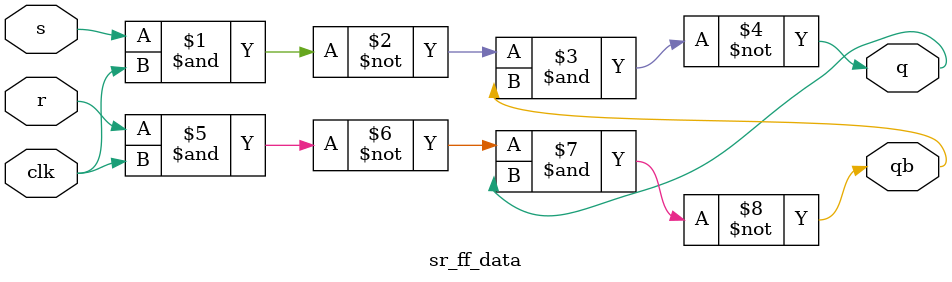
<source format=v>
module sr_ff_data(q,qb,s,r,clk);
input s,r,clk;
output q,qb;
assign q = ~((~(s&clk))&qb);
assign qb = ~((~(r&clk))&q);
endmodule

</source>
